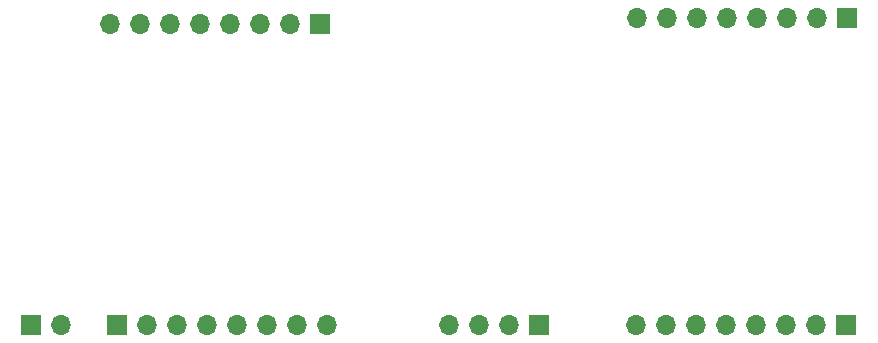
<source format=gbr>
%TF.GenerationSoftware,KiCad,Pcbnew,(5.1.9-0-10_14)*%
%TF.CreationDate,2021-08-25T01:40:26+02:00*%
%TF.ProjectId,i2c-32io,6932632d-3332-4696-9f2e-6b696361645f,rev?*%
%TF.SameCoordinates,Original*%
%TF.FileFunction,Soldermask,Bot*%
%TF.FilePolarity,Negative*%
%FSLAX46Y46*%
G04 Gerber Fmt 4.6, Leading zero omitted, Abs format (unit mm)*
G04 Created by KiCad (PCBNEW (5.1.9-0-10_14)) date 2021-08-25 01:40:26*
%MOMM*%
%LPD*%
G01*
G04 APERTURE LIST*
%ADD10O,1.700000X1.700000*%
%ADD11R,1.700000X1.700000*%
G04 APERTURE END LIST*
D10*
%TO.C,J6*%
X27540000Y-110000000D03*
D11*
X25000000Y-110000000D03*
%TD*%
D10*
%TO.C,J4*%
X76300000Y-84000000D03*
X78840000Y-84000000D03*
X81380000Y-84000000D03*
X83920000Y-84000000D03*
X86460000Y-84000000D03*
X89000000Y-84000000D03*
X91540000Y-84000000D03*
D11*
X94080000Y-84000000D03*
%TD*%
D10*
%TO.C,J3*%
X50080000Y-110000000D03*
X47540000Y-110000000D03*
X45000000Y-110000000D03*
X42460000Y-110000000D03*
X39920000Y-110000000D03*
X37380000Y-110000000D03*
X34840000Y-110000000D03*
D11*
X32300000Y-110000000D03*
%TD*%
D10*
%TO.C,J2*%
X31720000Y-84500000D03*
X34260000Y-84500000D03*
X36800000Y-84500000D03*
X39340000Y-84500000D03*
X41880000Y-84500000D03*
X44420000Y-84500000D03*
X46960000Y-84500000D03*
D11*
X49500000Y-84500000D03*
%TD*%
D10*
%TO.C,J1*%
X60380000Y-110000000D03*
X62920000Y-110000000D03*
X65460000Y-110000000D03*
D11*
X68000000Y-110000000D03*
%TD*%
D10*
%TO.C,J5*%
X76260000Y-110000000D03*
X78800000Y-110000000D03*
X81340000Y-110000000D03*
X83880000Y-110000000D03*
X86420000Y-110000000D03*
X88960000Y-110000000D03*
X91500000Y-110000000D03*
D11*
X94040000Y-110000000D03*
%TD*%
M02*

</source>
